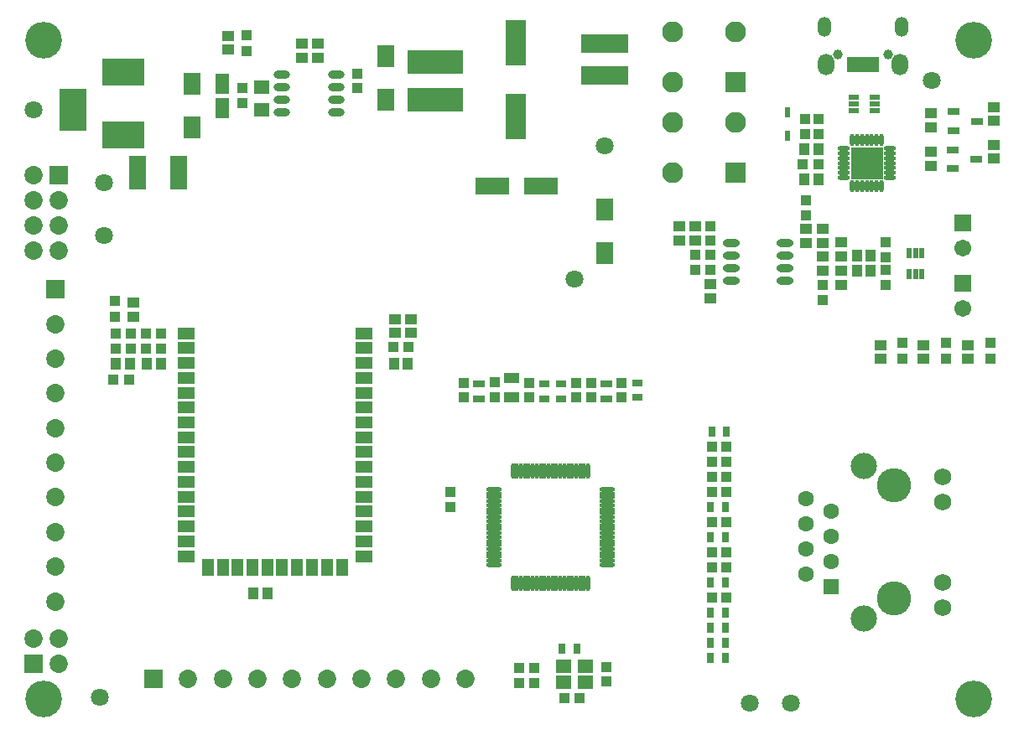
<source format=gts>
%FSTAX23Y23*%
%MOIN*%
%SFA1B1*%

%IPPOS*%
%ADD51R,0.029700X0.043400*%
%ADD52R,0.039500X0.039500*%
%ADD53R,0.039500X0.039500*%
%ADD54R,0.039500X0.045400*%
%ADD55R,0.043400X0.029700*%
%ADD56R,0.047000X0.030400*%
%ADD57R,0.059200X0.043400*%
%ADD58R,0.045400X0.039500*%
%ADD59R,0.023700X0.039500*%
%ADD60R,0.047400X0.031600*%
%ADD61R,0.078900X0.181200*%
%ADD62R,0.069000X0.090700*%
%ADD63O,0.065100X0.031600*%
%ADD64R,0.063000X0.058000*%
%ADD65R,0.057200X0.084800*%
%ADD66C,0.071000*%
%ADD67O,0.067100X0.031600*%
%ADD68O,0.049300X0.017800*%
%ADD69O,0.017800X0.049300*%
%ADD70R,0.131200X0.131200*%
%ADD71R,0.039500X0.023700*%
%ADD72R,0.025700X0.059200*%
%ADD73R,0.067100X0.047400*%
%ADD74R,0.047400X0.067100*%
%ADD75O,0.063100X0.017800*%
%ADD76O,0.017800X0.063100*%
%ADD77R,0.063100X0.053300*%
%ADD78R,0.185200X0.076900*%
%ADD79R,0.224500X0.092600*%
%ADD80R,0.069000X0.134400*%
%ADD81R,0.132000X0.071000*%
%ADD82C,0.067100*%
%ADD83R,0.067100X0.067100*%
%ADD84R,0.083000X0.083000*%
%ADD85C,0.083000*%
%ADD86R,0.168000X0.108000*%
%ADD87R,0.108000X0.168000*%
%ADD88C,0.073000*%
%ADD89R,0.073000X0.073000*%
%ADD90C,0.039500*%
%ADD91O,0.053300X0.078900*%
%ADD92O,0.065100X0.086700*%
%ADD93R,0.073000X0.073000*%
%ADD94R,0.063000X0.063000*%
%ADD95C,0.063000*%
%ADD96C,0.068200*%
%ADD97C,0.136000*%
%ADD98C,0.104300*%
%ADD99C,0.146000*%
%ADD100C,0.027700*%
%LNv1.0-1*%
%LPD*%
G54D51*
X03829Y02425D03*
X0377D03*
Y02485D03*
X03829D03*
X0377Y02545D03*
X03829D03*
Y02605D03*
X0377D03*
X03829Y02725D03*
X0377D03*
X03829Y02905D03*
X0377D03*
X03829Y03025D03*
X0377D03*
X0318Y0246D03*
X03239D03*
X03834Y03325D03*
X03775D03*
G54D52*
X03775Y02665D03*
X03834D03*
Y02785D03*
X03775D03*
X03834Y02845D03*
X03775D03*
X03834Y02965D03*
X03775D03*
X03834Y03085D03*
X03775D03*
X03834Y03145D03*
X03775D03*
X03834Y03205D03*
X03775D03*
X03834Y03265D03*
X03775D03*
X03249Y02265D03*
X0319D03*
X0251Y0366D03*
X02569D03*
X04199Y04387D03*
X04136D03*
X01461Y0353D03*
X01398D03*
G54D53*
X03355Y0233D03*
Y02389D03*
X03415Y03519D03*
Y0346D03*
X03295Y03519D03*
Y0346D03*
X03235Y03519D03*
Y0346D03*
X0305Y03519D03*
Y0346D03*
X02912Y0352D03*
Y03461D03*
X0279Y03519D03*
Y0346D03*
X0377Y04083D03*
Y04142D03*
Y03968D03*
Y04027D03*
X0371Y03968D03*
Y04027D03*
X04882Y03613D03*
Y03676D03*
X04708Y03613D03*
Y03676D03*
X04534Y03613D03*
Y03676D03*
X04465Y03968D03*
Y03909D03*
Y04018D03*
Y04077D03*
X0415Y04185D03*
Y04244D03*
X04215Y03907D03*
Y03848D03*
X02365Y0469D03*
Y04749D03*
X01911Y04632D03*
Y04691D03*
X01925Y04901D03*
Y04838D03*
X01404Y03845D03*
Y03782D03*
X01585Y03655D03*
Y03714D03*
X01525Y03655D03*
Y03714D03*
X01465Y03655D03*
Y03714D03*
X01405Y03655D03*
Y03714D03*
X04201Y04567D03*
Y04507D03*
X04146Y04567D03*
Y04507D03*
X02735Y03084D03*
Y03025D03*
X0301Y02384D03*
Y02325D03*
X0307Y02384D03*
Y02325D03*
G54D54*
X02512Y03595D03*
X02567D03*
X04144Y04447D03*
X04199D03*
X04144Y04327D03*
X04199D03*
X04407Y03963D03*
X04352D03*
X04407Y04023D03*
X04352D03*
X01585Y03595D03*
X01529D03*
X01462D03*
X01407D03*
X01954Y0268D03*
X0201D03*
G54D55*
X0348Y03519D03*
Y0346D03*
X03175Y03514D03*
Y03455D03*
X0311D03*
Y03514D03*
G54D56*
X03355Y03515D03*
Y03455D03*
X0285Y03515D03*
Y03455D03*
G54D57*
X0298Y03537D03*
Y03462D03*
G54D58*
X03645Y04085D03*
Y04141D03*
X0371Y04085D03*
Y04141D03*
X0377Y03911D03*
Y03855D03*
X04896Y0456D03*
Y04615D03*
Y0441D03*
Y04465D03*
X04646Y04535D03*
Y0459D03*
Y04382D03*
Y04438D03*
X04792Y03668D03*
Y03613D03*
X04618Y03668D03*
Y03613D03*
X04445Y03668D03*
Y03613D03*
X0429Y0402D03*
Y04076D03*
Y03908D03*
Y03963D03*
X04215Y04131D03*
Y04075D03*
X0415Y04131D03*
Y04075D03*
X04215Y04021D03*
Y03965D03*
X02145Y04812D03*
Y04867D03*
X0221D03*
Y04812D03*
X01854Y04898D03*
Y04843D03*
X01475Y03837D03*
Y03782D03*
X02515Y03772D03*
Y03717D03*
X0258Y03772D03*
Y03717D03*
G54D59*
X04076Y04593D03*
Y04502D03*
X04559Y04035D03*
X04585D03*
X0461D03*
Y03951D03*
X04559D03*
X04585D03*
G54D60*
X04829Y04559D03*
X04735Y04522D03*
Y04597D03*
X04828Y04407D03*
X04734Y0437D03*
Y04445D03*
G54D61*
X02995Y04579D03*
Y0487D03*
G54D62*
X0248Y04816D03*
Y04643D03*
X0171Y04706D03*
Y04533D03*
X0335Y04206D03*
Y04033D03*
G54D63*
X02282Y04595D03*
Y04645D03*
Y04695D03*
Y04745D03*
X02067Y04595D03*
Y04645D03*
Y04695D03*
Y04745D03*
G54D64*
X01985Y04605D03*
Y04695D03*
G54D65*
X0183Y04708D03*
Y04611D03*
G54D66*
X0108Y04605D03*
X0136Y04105D03*
Y04315D03*
X0409Y02245D03*
X03928D03*
X0323Y0393D03*
X01344Y02269D03*
X0335Y0446D03*
X0465Y0472D03*
G54D67*
X04066Y03923D03*
Y03973D03*
Y04023D03*
Y04073D03*
X03853Y03923D03*
Y03973D03*
Y04073D03*
Y04023D03*
G54D68*
X04482Y04452D03*
Y04432D03*
Y04412D03*
Y04392D03*
Y04373D03*
Y04353D03*
Y04333D03*
X04301D03*
Y04353D03*
Y04373D03*
Y04392D03*
Y04412D03*
Y04432D03*
Y04452D03*
G54D69*
X04451Y04302D03*
X04431D03*
X04411D03*
X04392D03*
X04372D03*
X04352D03*
X04332D03*
Y04483D03*
X04352D03*
X04372D03*
X04392D03*
X04431D03*
X04451D03*
X04411D03*
G54D70*
X04392Y04392D03*
G54D71*
X04424Y04653D03*
Y04627D03*
Y04602D03*
X04339D03*
Y04653D03*
Y04627D03*
G54D72*
X04427Y04783D03*
X04402D03*
X04376D03*
X04351D03*
X04325D03*
G54D73*
X01685Y03715D03*
X02393D03*
X01685Y03656D03*
Y03597D03*
Y03538D03*
Y03479D03*
Y0342D03*
Y03361D03*
Y03302D03*
Y03243D03*
Y03184D03*
Y03125D03*
Y03065D03*
Y03006D03*
Y02947D03*
Y02888D03*
Y02829D03*
X02393Y03656D03*
Y03597D03*
Y03538D03*
Y03479D03*
Y0342D03*
Y03361D03*
Y03302D03*
Y03243D03*
Y03184D03*
Y03125D03*
Y03065D03*
Y03006D03*
Y02947D03*
Y02888D03*
Y02829D03*
G54D74*
X02305Y02785D03*
X01773D03*
X01832D03*
X01891D03*
X0195D03*
X02246D03*
X02187D03*
X02127D03*
X02068D03*
X02009D03*
G54D75*
X03359Y02984D03*
Y03D03*
Y03047D03*
X0291Y03063D03*
X03359Y02795D03*
Y02811D03*
Y02826D03*
Y02842D03*
Y02858D03*
Y02874D03*
Y02889D03*
Y02905D03*
Y02921D03*
Y02937D03*
Y02952D03*
Y02968D03*
Y03015D03*
Y03031D03*
Y03063D03*
Y03078D03*
Y03094D03*
X0291D03*
Y03078D03*
Y03047D03*
Y03031D03*
Y03015D03*
Y03D03*
Y02984D03*
Y02968D03*
Y02952D03*
Y02937D03*
Y02921D03*
Y02905D03*
Y02889D03*
Y02874D03*
Y02858D03*
Y02842D03*
Y02826D03*
Y02811D03*
Y02795D03*
G54D76*
X03111Y03169D03*
X03079D03*
X03064D03*
X03048D03*
X03032D03*
X03016Y0272D03*
X03032D03*
X03048D03*
X03095D03*
X03284Y03169D03*
X03268D03*
X03253D03*
X03237D03*
X03221D03*
X03205D03*
X0319D03*
X03174D03*
X03158D03*
X03142D03*
X03127D03*
X03095D03*
X03016D03*
X03001D03*
X02985D03*
Y0272D03*
X03001D03*
X03064D03*
X03079D03*
X03111D03*
X03127D03*
X03142D03*
X03158D03*
X03174D03*
X0319D03*
X03205D03*
X03221D03*
X03237D03*
X03253D03*
X03268D03*
X03284D03*
G54D77*
X03186Y02391D03*
X03273Y02328D03*
X03186D03*
X03273Y02391D03*
G54D78*
X0335Y04869D03*
Y04741D03*
G54D79*
X02675Y04795D03*
Y04644D03*
G54D80*
X01657Y04355D03*
X01492D03*
G54D81*
X03096Y043D03*
X02903D03*
G54D82*
X04773Y04053D03*
Y03813D03*
G54D83*
X04773Y04153D03*
Y03913D03*
G54D84*
X0387Y04355D03*
Y04715D03*
G54D85*
X0362Y04555D03*
Y04355D03*
X0387Y04555D03*
X0362Y04915D03*
Y04715D03*
X0387Y04915D03*
G54D86*
X01435Y04505D03*
Y04755D03*
G54D87*
X01235Y04605D03*
G54D88*
X01165Y02649D03*
Y02787D03*
Y02925D03*
Y03338D03*
Y03752D03*
Y03614D03*
Y03476D03*
Y03201D03*
Y03063D03*
X0118Y025D03*
X0108D03*
X0118Y024D03*
X0108Y04045D03*
Y04145D03*
X0118Y04045D03*
Y04145D03*
X0108Y04345D03*
X0118Y04245D03*
X0108D03*
X02796Y0234D03*
X02659D03*
X02521D03*
X02107D03*
X01694D03*
X01832D03*
X0197D03*
X02245D03*
X02383D03*
G54D89*
X01165Y0389D03*
X0108Y024D03*
X0118Y04345D03*
G54D90*
X04475Y04825D03*
X04278D03*
G54D91*
X04224Y04933D03*
X04529D03*
G54D92*
X0423Y04783D03*
X04523D03*
G54D93*
X01556Y0234D03*
G54D94*
X0425Y02709D03*
G54D95*
X0415Y02759D03*
X0425Y02809D03*
X0415Y02859D03*
X0425Y02909D03*
X0415Y02959D03*
X0425Y03009D03*
X0415Y03059D03*
G54D96*
X04692Y02624D03*
Y02724D03*
Y03145D03*
Y03045D03*
G54D97*
X045Y0311D03*
Y0266D03*
G54D98*
X04379Y03189D03*
Y0258D03*
G54D99*
X04815Y0226D03*
Y0488D03*
X0112D03*
Y0226D03*
G54D100*
X04435Y04349D03*
X04348D03*
X04435Y04436D03*
Y04392D03*
X04348Y04436D03*
Y04392D03*
X04392Y04349D03*
Y04436D03*
Y04392D03*
M02*
</source>
